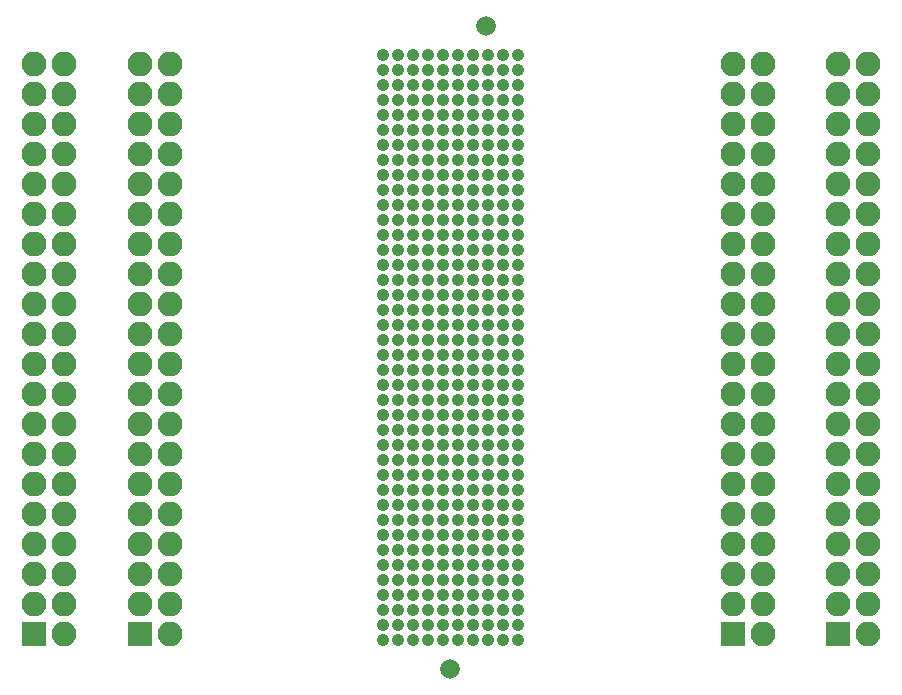
<source format=gts>
G04 #@! TF.GenerationSoftware,KiCad,Pcbnew,5.0.0-rc3-6a2723a~65~ubuntu16.04.1*
G04 #@! TF.CreationDate,2019-04-26T01:55:19+06:00*
G04 #@! TF.ProjectId,ICE40ADP,49434534304144502E6B696361645F70,rev?*
G04 #@! TF.SameCoordinates,Original*
G04 #@! TF.FileFunction,Soldermask,Top*
G04 #@! TF.FilePolarity,Negative*
%FSLAX46Y46*%
G04 Gerber Fmt 4.6, Leading zero omitted, Abs format (unit mm)*
G04 Created by KiCad (PCBNEW 5.0.0-rc3-6a2723a~65~ubuntu16.04.1) date Fri Apr 26 01:55:19 2019*
%MOMM*%
%LPD*%
G01*
G04 APERTURE LIST*
%ADD10R,2.100000X2.100000*%
%ADD11O,2.100000X2.100000*%
%ADD12C,1.040000*%
%ADD13C,1.670000*%
G04 APERTURE END LIST*
D10*
G04 #@! TO.C,J1*
X111100000Y-127200000D03*
D11*
X113640000Y-127200000D03*
X111100000Y-124660000D03*
X113640000Y-124660000D03*
X111100000Y-122120000D03*
X113640000Y-122120000D03*
X111100000Y-119580000D03*
X113640000Y-119580000D03*
X111100000Y-117040000D03*
X113640000Y-117040000D03*
X111100000Y-114500000D03*
X113640000Y-114500000D03*
X111100000Y-111960000D03*
X113640000Y-111960000D03*
X111100000Y-109420000D03*
X113640000Y-109420000D03*
X111100000Y-106880000D03*
X113640000Y-106880000D03*
X111100000Y-104340000D03*
X113640000Y-104340000D03*
X111100000Y-101800000D03*
X113640000Y-101800000D03*
X111100000Y-99260000D03*
X113640000Y-99260000D03*
X111100000Y-96720000D03*
X113640000Y-96720000D03*
X111100000Y-94180000D03*
X113640000Y-94180000D03*
X111100000Y-91640000D03*
X113640000Y-91640000D03*
X111100000Y-89100000D03*
X113640000Y-89100000D03*
X111100000Y-86560000D03*
X113640000Y-86560000D03*
X111100000Y-84020000D03*
X113640000Y-84020000D03*
X111100000Y-81480000D03*
X113640000Y-81480000D03*
X111100000Y-78940000D03*
X113640000Y-78940000D03*
G04 #@! TD*
G04 #@! TO.C,J2*
X122590000Y-78940000D03*
X120050000Y-78940000D03*
X122590000Y-81480000D03*
X120050000Y-81480000D03*
X122590000Y-84020000D03*
X120050000Y-84020000D03*
X122590000Y-86560000D03*
X120050000Y-86560000D03*
X122590000Y-89100000D03*
X120050000Y-89100000D03*
X122590000Y-91640000D03*
X120050000Y-91640000D03*
X122590000Y-94180000D03*
X120050000Y-94180000D03*
X122590000Y-96720000D03*
X120050000Y-96720000D03*
X122590000Y-99260000D03*
X120050000Y-99260000D03*
X122590000Y-101800000D03*
X120050000Y-101800000D03*
X122590000Y-104340000D03*
X120050000Y-104340000D03*
X122590000Y-106880000D03*
X120050000Y-106880000D03*
X122590000Y-109420000D03*
X120050000Y-109420000D03*
X122590000Y-111960000D03*
X120050000Y-111960000D03*
X122590000Y-114500000D03*
X120050000Y-114500000D03*
X122590000Y-117040000D03*
X120050000Y-117040000D03*
X122590000Y-119580000D03*
X120050000Y-119580000D03*
X122590000Y-122120000D03*
X120050000Y-122120000D03*
X122590000Y-124660000D03*
X120050000Y-124660000D03*
X122590000Y-127200000D03*
D10*
X120050000Y-127200000D03*
G04 #@! TD*
G04 #@! TO.C,J3*
X170300000Y-127200000D03*
D11*
X172840000Y-127200000D03*
X170300000Y-124660000D03*
X172840000Y-124660000D03*
X170300000Y-122120000D03*
X172840000Y-122120000D03*
X170300000Y-119580000D03*
X172840000Y-119580000D03*
X170300000Y-117040000D03*
X172840000Y-117040000D03*
X170300000Y-114500000D03*
X172840000Y-114500000D03*
X170300000Y-111960000D03*
X172840000Y-111960000D03*
X170300000Y-109420000D03*
X172840000Y-109420000D03*
X170300000Y-106880000D03*
X172840000Y-106880000D03*
X170300000Y-104340000D03*
X172840000Y-104340000D03*
X170300000Y-101800000D03*
X172840000Y-101800000D03*
X170300000Y-99260000D03*
X172840000Y-99260000D03*
X170300000Y-96720000D03*
X172840000Y-96720000D03*
X170300000Y-94180000D03*
X172840000Y-94180000D03*
X170300000Y-91640000D03*
X172840000Y-91640000D03*
X170300000Y-89100000D03*
X172840000Y-89100000D03*
X170300000Y-86560000D03*
X172840000Y-86560000D03*
X170300000Y-84020000D03*
X172840000Y-84020000D03*
X170300000Y-81480000D03*
X172840000Y-81480000D03*
X170300000Y-78940000D03*
X172840000Y-78940000D03*
G04 #@! TD*
G04 #@! TO.C,J4*
X181740000Y-78940000D03*
X179200000Y-78940000D03*
X181740000Y-81480000D03*
X179200000Y-81480000D03*
X181740000Y-84020000D03*
X179200000Y-84020000D03*
X181740000Y-86560000D03*
X179200000Y-86560000D03*
X181740000Y-89100000D03*
X179200000Y-89100000D03*
X181740000Y-91640000D03*
X179200000Y-91640000D03*
X181740000Y-94180000D03*
X179200000Y-94180000D03*
X181740000Y-96720000D03*
X179200000Y-96720000D03*
X181740000Y-99260000D03*
X179200000Y-99260000D03*
X181740000Y-101800000D03*
X179200000Y-101800000D03*
X181740000Y-104340000D03*
X179200000Y-104340000D03*
X181740000Y-106880000D03*
X179200000Y-106880000D03*
X181740000Y-109420000D03*
X179200000Y-109420000D03*
X181740000Y-111960000D03*
X179200000Y-111960000D03*
X181740000Y-114500000D03*
X179200000Y-114500000D03*
X181740000Y-117040000D03*
X179200000Y-117040000D03*
X181740000Y-119580000D03*
X179200000Y-119580000D03*
X181740000Y-122120000D03*
X179200000Y-122120000D03*
X181740000Y-124660000D03*
X179200000Y-124660000D03*
X181740000Y-127200000D03*
D10*
X179200000Y-127200000D03*
G04 #@! TD*
D12*
G04 #@! TO.C,J5*
X149525000Y-78135000D03*
X149525000Y-79405000D03*
X149525000Y-80675000D03*
X149525000Y-81945000D03*
X149525000Y-83215000D03*
X149525000Y-84485000D03*
X149525000Y-85755000D03*
X149525000Y-87025000D03*
X149525000Y-88295000D03*
X149525000Y-89565000D03*
X149525000Y-90835000D03*
X149525000Y-92105000D03*
X149525000Y-93375000D03*
X149525000Y-94645000D03*
X149525000Y-95915000D03*
X149525000Y-97185000D03*
X149525000Y-98455000D03*
X149525000Y-99725000D03*
X149525000Y-100995000D03*
X149525000Y-102260000D03*
X149525000Y-127665000D03*
X149525000Y-126395000D03*
X149525000Y-125125000D03*
X149525000Y-123855000D03*
X149525000Y-122585000D03*
X149525000Y-121315000D03*
X149525000Y-120045000D03*
X149525000Y-118775000D03*
X149525000Y-117505000D03*
X149525000Y-116235000D03*
X149525000Y-114965000D03*
X149525000Y-113695000D03*
X149525000Y-112425000D03*
X149525000Y-111155000D03*
X149525000Y-109885000D03*
X149525000Y-108615000D03*
X149525000Y-107345000D03*
X149525000Y-106075000D03*
X149525000Y-104805000D03*
X149525000Y-103540000D03*
X148255000Y-103540000D03*
X148255000Y-104805000D03*
X148255000Y-106075000D03*
X148255000Y-107345000D03*
X148255000Y-108615000D03*
X148255000Y-109885000D03*
X148255000Y-111155000D03*
X148255000Y-112425000D03*
X148255000Y-113695000D03*
X148255000Y-114965000D03*
X148255000Y-116235000D03*
X148255000Y-117505000D03*
X148255000Y-118775000D03*
X148255000Y-120045000D03*
X148255000Y-121315000D03*
X148255000Y-122585000D03*
X148255000Y-123855000D03*
X148255000Y-125125000D03*
X148255000Y-126395000D03*
X148255000Y-127665000D03*
X148255000Y-102260000D03*
X148255000Y-100995000D03*
X148255000Y-99725000D03*
X148255000Y-98455000D03*
X148255000Y-97185000D03*
X148255000Y-95915000D03*
X148255000Y-94645000D03*
X148255000Y-93375000D03*
X148255000Y-92105000D03*
X148255000Y-90835000D03*
X148255000Y-89565000D03*
X148255000Y-88295000D03*
X148255000Y-87025000D03*
X148255000Y-85755000D03*
X148255000Y-84485000D03*
X148255000Y-83215000D03*
X148255000Y-81945000D03*
X148255000Y-80675000D03*
X148255000Y-79405000D03*
X148255000Y-78135000D03*
X143175000Y-78135000D03*
X143175000Y-79405000D03*
X143175000Y-80675000D03*
X143175000Y-81945000D03*
X143175000Y-83215000D03*
X143175000Y-84485000D03*
X143175000Y-85755000D03*
X143175000Y-87025000D03*
X143175000Y-88295000D03*
X143175000Y-89565000D03*
X143175000Y-90835000D03*
X143175000Y-92105000D03*
X143175000Y-93375000D03*
X143175000Y-94645000D03*
X143175000Y-95915000D03*
X143175000Y-97185000D03*
X143175000Y-98455000D03*
X143175000Y-99725000D03*
X143175000Y-100995000D03*
X143175000Y-102260000D03*
X143175000Y-127665000D03*
X143175000Y-126395000D03*
X143175000Y-125125000D03*
X143175000Y-123855000D03*
X143175000Y-122585000D03*
X143175000Y-121315000D03*
X143175000Y-120045000D03*
X143175000Y-118775000D03*
X143175000Y-117505000D03*
X143175000Y-116235000D03*
X143175000Y-114965000D03*
X143175000Y-113695000D03*
X143175000Y-112425000D03*
X143175000Y-111155000D03*
X143175000Y-109885000D03*
X143175000Y-108615000D03*
X143175000Y-107345000D03*
X143175000Y-106075000D03*
X143175000Y-104805000D03*
X143175000Y-103540000D03*
X144445000Y-103540000D03*
X144445000Y-104805000D03*
X144445000Y-106075000D03*
X144445000Y-107345000D03*
X144445000Y-108615000D03*
X144445000Y-109885000D03*
X144445000Y-111155000D03*
X144445000Y-112425000D03*
X144445000Y-113695000D03*
X144445000Y-114965000D03*
X144445000Y-116235000D03*
X144445000Y-117505000D03*
X144445000Y-118775000D03*
X144445000Y-120045000D03*
X144445000Y-121315000D03*
X144445000Y-122585000D03*
X144445000Y-123855000D03*
X144445000Y-125125000D03*
X144445000Y-126395000D03*
X144445000Y-127665000D03*
X144445000Y-102260000D03*
X144445000Y-100995000D03*
X144445000Y-99725000D03*
X144445000Y-98455000D03*
X144445000Y-97185000D03*
X144445000Y-95915000D03*
X144445000Y-94645000D03*
X144445000Y-93375000D03*
X144445000Y-92105000D03*
X144445000Y-90835000D03*
X144445000Y-89565000D03*
X144445000Y-88295000D03*
X144445000Y-87025000D03*
X144445000Y-85755000D03*
X144445000Y-84485000D03*
X144445000Y-83215000D03*
X144445000Y-81945000D03*
X144445000Y-80675000D03*
X144445000Y-79405000D03*
X144445000Y-78135000D03*
X150795000Y-78135000D03*
X150795000Y-79405000D03*
X150795000Y-80675000D03*
X150795000Y-81945000D03*
X150795000Y-83215000D03*
X150795000Y-84485000D03*
X150795000Y-85755000D03*
X150795000Y-87025000D03*
X150795000Y-88295000D03*
X150795000Y-89565000D03*
X150795000Y-90835000D03*
X150795000Y-92105000D03*
X150795000Y-93375000D03*
X150795000Y-94645000D03*
X150795000Y-95915000D03*
X150795000Y-97185000D03*
X150795000Y-98455000D03*
X150795000Y-99725000D03*
X150795000Y-100995000D03*
X150795000Y-102260000D03*
X150795000Y-103540000D03*
X150795000Y-104805000D03*
X150795000Y-106075000D03*
X150795000Y-107345000D03*
X150795000Y-108615000D03*
X150795000Y-109885000D03*
X150795000Y-111155000D03*
X150795000Y-112425000D03*
X150795000Y-113695000D03*
X150795000Y-114965000D03*
X150795000Y-116235000D03*
X150795000Y-117505000D03*
X150795000Y-118775000D03*
X150795000Y-120045000D03*
X150795000Y-121315000D03*
X150795000Y-122585000D03*
X150795000Y-123855000D03*
X150795000Y-125125000D03*
X150795000Y-126395000D03*
X150795000Y-127665000D03*
X152065000Y-78135000D03*
X152065000Y-79405000D03*
X152065000Y-80675000D03*
X152065000Y-81945000D03*
X152065000Y-83215000D03*
X152065000Y-84485000D03*
X152065000Y-85755000D03*
X152065000Y-87025000D03*
X152065000Y-88295000D03*
X152065000Y-89565000D03*
X152065000Y-90835000D03*
X152065000Y-92105000D03*
X152065000Y-93375000D03*
X152065000Y-94645000D03*
X152065000Y-95915000D03*
X152065000Y-97185000D03*
X152065000Y-98455000D03*
X152065000Y-99725000D03*
X152065000Y-100995000D03*
X152065000Y-102260000D03*
X152065000Y-103540000D03*
X152065000Y-104805000D03*
X152065000Y-106075000D03*
X152065000Y-107345000D03*
X152065000Y-108615000D03*
X152065000Y-109885000D03*
X152065000Y-111155000D03*
X152065000Y-112425000D03*
X152065000Y-113695000D03*
X152065000Y-114965000D03*
X152065000Y-116235000D03*
X152065000Y-117505000D03*
X152065000Y-118775000D03*
X152065000Y-120045000D03*
X152065000Y-121315000D03*
X152065000Y-122585000D03*
X152065000Y-123855000D03*
X152065000Y-125125000D03*
X152065000Y-126395000D03*
X152065000Y-127665000D03*
X146990000Y-78135000D03*
X146990000Y-79405000D03*
X146990000Y-80675000D03*
X146990000Y-81945000D03*
X146990000Y-83215000D03*
X146990000Y-84485000D03*
X146990000Y-85755000D03*
X146990000Y-87025000D03*
X146990000Y-88295000D03*
X146990000Y-89565000D03*
X146990000Y-90835000D03*
X146990000Y-92105000D03*
X146990000Y-93375000D03*
X146990000Y-94645000D03*
X146990000Y-95915000D03*
X146990000Y-97185000D03*
X146990000Y-98455000D03*
X146990000Y-99725000D03*
X146990000Y-100995000D03*
X146990000Y-102260000D03*
X146990000Y-103540000D03*
X146990000Y-104805000D03*
X146990000Y-106075000D03*
X146990000Y-107345000D03*
X146990000Y-108615000D03*
X146990000Y-109885000D03*
X146990000Y-111155000D03*
X146990000Y-112425000D03*
X146990000Y-113695000D03*
X146990000Y-114965000D03*
X146990000Y-116235000D03*
X146990000Y-117505000D03*
X146990000Y-118775000D03*
X146990000Y-120045000D03*
X146990000Y-121315000D03*
X146990000Y-122585000D03*
X146990000Y-123855000D03*
X146990000Y-125125000D03*
X146990000Y-126395000D03*
X146990000Y-127665000D03*
X145710000Y-78135000D03*
X145710000Y-79405000D03*
X145710000Y-80675000D03*
X145710000Y-81945000D03*
X145710000Y-83215000D03*
X145710000Y-84485000D03*
X145710000Y-85755000D03*
X145710000Y-87025000D03*
X145710000Y-88295000D03*
X145710000Y-89565000D03*
X145710000Y-90835000D03*
X145710000Y-92105000D03*
X145710000Y-93375000D03*
X145710000Y-94645000D03*
X145710000Y-95915000D03*
X145710000Y-97185000D03*
X145710000Y-98455000D03*
X145710000Y-99725000D03*
X145710000Y-100995000D03*
X145710000Y-102260000D03*
X145710000Y-103540000D03*
X145710000Y-104805000D03*
X145710000Y-106075000D03*
X145710000Y-107345000D03*
X145710000Y-108615000D03*
X145710000Y-109885000D03*
X145710000Y-111155000D03*
X145710000Y-112425000D03*
X145710000Y-113695000D03*
X145710000Y-114965000D03*
X145710000Y-116235000D03*
X145710000Y-117505000D03*
X145710000Y-118775000D03*
X145710000Y-120045000D03*
X145710000Y-121315000D03*
X145710000Y-122585000D03*
X145710000Y-123855000D03*
X145710000Y-125125000D03*
X145710000Y-126395000D03*
X145710000Y-127665000D03*
X141905000Y-78135000D03*
X141905000Y-79405000D03*
X141905000Y-80675000D03*
X141905000Y-81945000D03*
X141905000Y-83215000D03*
X141905000Y-84485000D03*
X141905000Y-85755000D03*
X141905000Y-87025000D03*
X141905000Y-88295000D03*
X141905000Y-89565000D03*
X141905000Y-90835000D03*
X141905000Y-92105000D03*
X141905000Y-93375000D03*
X141905000Y-94645000D03*
X141905000Y-95915000D03*
X141905000Y-97185000D03*
X141905000Y-98455000D03*
X141905000Y-99725000D03*
X141905000Y-100995000D03*
X141905000Y-102260000D03*
X141905000Y-103540000D03*
X141905000Y-104805000D03*
X141905000Y-106075000D03*
X141905000Y-107345000D03*
X141905000Y-108615000D03*
X141905000Y-109885000D03*
X141905000Y-111155000D03*
X141905000Y-112425000D03*
X141905000Y-113695000D03*
X141905000Y-114965000D03*
X141905000Y-116235000D03*
X141905000Y-117505000D03*
X141905000Y-118775000D03*
X141905000Y-120045000D03*
X141905000Y-121315000D03*
X141905000Y-122585000D03*
X141905000Y-123855000D03*
X141905000Y-125125000D03*
X141905000Y-126395000D03*
X141905000Y-127665000D03*
X140635000Y-78135000D03*
X140635000Y-79405000D03*
X140635000Y-80675000D03*
X140635000Y-81945000D03*
X140635000Y-83215000D03*
X140635000Y-84485000D03*
X140635000Y-85755000D03*
X140635000Y-87025000D03*
X140635000Y-88295000D03*
X140635000Y-89565000D03*
X140635000Y-90835000D03*
X140635000Y-92105000D03*
X140635000Y-93375000D03*
X140635000Y-94645000D03*
X140635000Y-95915000D03*
X140635000Y-97185000D03*
X140635000Y-98455000D03*
X140635000Y-99725000D03*
X140635000Y-100995000D03*
X140635000Y-102260000D03*
X140635000Y-103540000D03*
X140635000Y-104805000D03*
X140635000Y-106075000D03*
X140635000Y-107345000D03*
X140635000Y-108615000D03*
X140635000Y-109885000D03*
X140635000Y-111155000D03*
X140635000Y-112425000D03*
X140635000Y-113695000D03*
X140635000Y-114965000D03*
X140635000Y-116235000D03*
X140635000Y-117505000D03*
X140635000Y-118775000D03*
X140635000Y-120045000D03*
X140635000Y-121315000D03*
X140635000Y-122585000D03*
X140635000Y-123855000D03*
X140635000Y-125125000D03*
X140635000Y-126395000D03*
X140635000Y-127665000D03*
D13*
X146350000Y-130090000D03*
X149400000Y-75710000D03*
G04 #@! TD*
M02*

</source>
